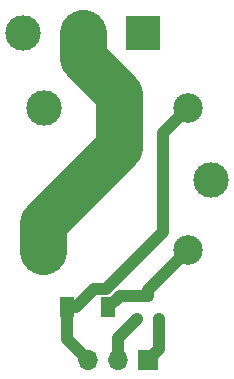
<source format=gbr>
G04 #@! TF.GenerationSoftware,KiCad,Pcbnew,5.1.5-52549c5~86~ubuntu19.10.1*
G04 #@! TF.CreationDate,2020-04-08T21:24:30+02:00*
G04 #@! TF.ProjectId,Universal-Relay-Board,556e6976-6572-4736-916c-2d52656c6179,rev?*
G04 #@! TF.SameCoordinates,Original*
G04 #@! TF.FileFunction,Copper,L1,Top*
G04 #@! TF.FilePolarity,Positive*
%FSLAX46Y46*%
G04 Gerber Fmt 4.6, Leading zero omitted, Abs format (unit mm)*
G04 Created by KiCad (PCBNEW 5.1.5-52549c5~86~ubuntu19.10.1) date 2020-04-08 21:24:30*
%MOMM*%
%LPD*%
G04 APERTURE LIST*
%ADD10C,3.000000*%
%ADD11C,2.500000*%
%ADD12R,1.300000X1.700000*%
%ADD13O,1.700000X1.700000*%
%ADD14R,1.700000X1.700000*%
%ADD15R,3.000000X3.000000*%
%ADD16R,0.800000X0.900000*%
%ADD17C,1.000000*%
%ADD18C,4.000000*%
G04 APERTURE END LIST*
D10*
X127880000Y-59690000D03*
D11*
X125930000Y-65640000D03*
D10*
X113680000Y-65690000D03*
X113730000Y-53640000D03*
D11*
X125930000Y-53640000D03*
D12*
X115725000Y-70485000D03*
X119225000Y-70485000D03*
D13*
X117475000Y-74930000D03*
X120015000Y-74930000D03*
D14*
X122555000Y-74930000D03*
D15*
X122174000Y-47244000D03*
D10*
X117094000Y-47244000D03*
X112014000Y-47244000D03*
D16*
X121605000Y-71485000D03*
X123505000Y-71485000D03*
X122555000Y-69485000D03*
D17*
X115725000Y-73180000D02*
X117475000Y-74930000D01*
X115725000Y-70485000D02*
X115725000Y-73180000D01*
X116459000Y-70485000D02*
X115725000Y-70485000D01*
X123825000Y-55745000D02*
X123825000Y-64113000D01*
X119003001Y-68934999D02*
X118014999Y-68934999D01*
X117099998Y-69850000D02*
X117094000Y-69850000D01*
X125930000Y-53640000D02*
X123825000Y-55745000D01*
X123825000Y-64113000D02*
X119003001Y-68934999D01*
X117094000Y-69850000D02*
X116459000Y-70485000D01*
X118014999Y-68934999D02*
X117099998Y-69850000D01*
X123505000Y-73980000D02*
X122555000Y-74930000D01*
X123505000Y-71485000D02*
X123505000Y-73980000D01*
X120015000Y-73075000D02*
X120015000Y-74930000D01*
X121605000Y-71485000D02*
X120015000Y-73075000D01*
X120225000Y-69485000D02*
X119225000Y-70485000D01*
X122555000Y-69485000D02*
X120225000Y-69485000D01*
X122555000Y-69015000D02*
X125930000Y-65640000D01*
X122555000Y-69485000D02*
X122555000Y-69015000D01*
D18*
X113680000Y-63358000D02*
X113680000Y-65690000D01*
X120142000Y-56896000D02*
X113680000Y-63358000D01*
X120142000Y-52413320D02*
X120142000Y-56896000D01*
X117094000Y-47244000D02*
X117094000Y-49365320D01*
X117094000Y-49365320D02*
X120142000Y-52413320D01*
M02*

</source>
